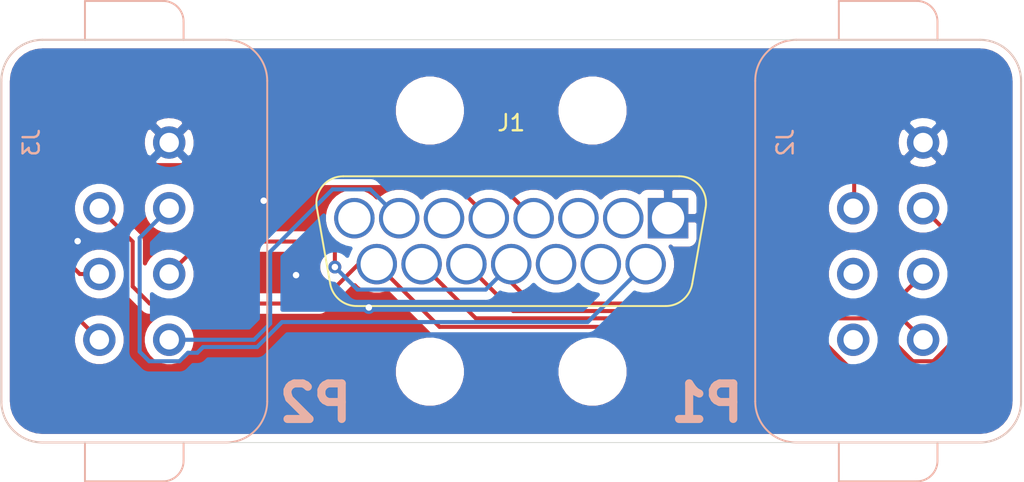
<source format=kicad_pcb>
(kicad_pcb (version 20171130) (host pcbnew "(5.1.0)-1")

  (general
    (thickness 1.6)
    (drawings 11)
    (tracks 77)
    (zones 0)
    (modules 7)
    (nets 18)
  )

  (page A4)
  (layers
    (0 F.Cu signal)
    (31 B.Cu signal)
    (32 B.Adhes user)
    (33 F.Adhes user)
    (34 B.Paste user)
    (35 F.Paste user)
    (36 B.SilkS user)
    (37 F.SilkS user)
    (38 B.Mask user)
    (39 F.Mask user)
    (40 Dwgs.User user)
    (41 Cmts.User user)
    (42 Eco1.User user)
    (43 Eco2.User user)
    (44 Edge.Cuts user)
    (45 Margin user)
    (46 B.CrtYd user)
    (47 F.CrtYd user)
    (48 B.Fab user)
    (49 F.Fab user)
  )

  (setup
    (last_trace_width 0.25)
    (trace_clearance 0.2)
    (zone_clearance 0.508)
    (zone_45_only no)
    (trace_min 0.2)
    (via_size 0.8)
    (via_drill 0.4)
    (via_min_size 0.4)
    (via_min_drill 0.3)
    (uvia_size 0.3)
    (uvia_drill 0.1)
    (uvias_allowed no)
    (uvia_min_size 0.2)
    (uvia_min_drill 0.1)
    (edge_width 0.05)
    (segment_width 0.2)
    (pcb_text_width 0.3)
    (pcb_text_size 1.5 1.5)
    (mod_edge_width 0.12)
    (mod_text_size 1 1)
    (mod_text_width 0.15)
    (pad_size 1.524 1.524)
    (pad_drill 0.762)
    (pad_to_mask_clearance 0.051)
    (solder_mask_min_width 0.25)
    (aux_axis_origin 0 0)
    (visible_elements 7FFFFFFF)
    (pcbplotparams
      (layerselection 0x010fc_ffffffff)
      (usegerberextensions true)
      (usegerberattributes false)
      (usegerberadvancedattributes false)
      (creategerberjobfile false)
      (excludeedgelayer true)
      (linewidth 0.100000)
      (plotframeref false)
      (viasonmask false)
      (mode 1)
      (useauxorigin false)
      (hpglpennumber 1)
      (hpglpenspeed 20)
      (hpglpendiameter 15.000000)
      (psnegative false)
      (psa4output false)
      (plotreference true)
      (plotvalue true)
      (plotinvisibletext false)
      (padsonsilk false)
      (subtractmaskfromsilk false)
      (outputformat 1)
      (mirror false)
      (drillshape 0)
      (scaleselection 1)
      (outputdirectory "Gerbers/"))
  )

  (net 0 "")
  (net 1 GND)
  (net 2 "Net-(J1-Pad2)")
  (net 3 "Net-(J1-Pad3)")
  (net 4 D4)
  (net 5 D3)
  (net 6 "Net-(J1-Pad6)")
  (net 7 "DATA(2)")
  (net 8 "Net-(J1-Pad8)")
  (net 9 "CLOCK(2)")
  (net 10 "Net-(J1-Pad10)")
  (net 11 "Net-(J1-Pad11)")
  (net 12 LATCH)
  (net 13 "DATA(1)")
  (net 14 "CLOCK(1)")
  (net 15 +5V)
  (net 16 "Net-(J2-Pad5)")
  (net 17 "Net-(J2-Pad6)")

  (net_class Default "This is the default net class."
    (clearance 0.2)
    (trace_width 0.25)
    (via_dia 0.8)
    (via_drill 0.4)
    (uvia_dia 0.3)
    (uvia_drill 0.1)
    (add_net +5V)
    (add_net "CLOCK(1)")
    (add_net "CLOCK(2)")
    (add_net D3)
    (add_net D4)
    (add_net "DATA(1)")
    (add_net "DATA(2)")
    (add_net GND)
    (add_net LATCH)
    (add_net "Net-(J1-Pad10)")
    (add_net "Net-(J1-Pad11)")
    (add_net "Net-(J1-Pad2)")
    (add_net "Net-(J1-Pad3)")
    (add_net "Net-(J1-Pad6)")
    (add_net "Net-(J1-Pad8)")
    (add_net "Net-(J2-Pad5)")
    (add_net "Net-(J2-Pad6)")
  )

  (module MountingHole:MountingHole_3.2mm_M3 (layer F.Cu) (tedit 5D38A6DD) (tstamp 5D38A814)
    (at 149.9723 54.4275)
    (descr "Mounting Hole 3.2mm, no annular, M3")
    (tags "mounting hole 3.2mm no annular m3")
    (attr virtual)
    (fp_text reference " " (at 0 -4.2) (layer F.SilkS)
      (effects (font (size 1 1) (thickness 0.15)))
    )
    (fp_text value " " (at 0 4.2) (layer F.Fab)
      (effects (font (size 1 1) (thickness 0.15)))
    )
    (fp_text user %R (at 0.3 0) (layer F.Fab)
      (effects (font (size 1 1) (thickness 0.15)))
    )
    (fp_circle (center 0 0) (end 1.7 0) (layer Cmts.User) (width 0.15))
    (fp_circle (center 0 0) (end 1.8 0) (layer F.CrtYd) (width 0.05))
    (pad 1 np_thru_hole circle (at 0 0) (size 3.2 3.2) (drill 3.2) (layers *.Cu *.Mask))
  )

  (module MountingHole:MountingHole_3.2mm_M3 (layer F.Cu) (tedit 5D38A6DD) (tstamp 5D38A7F7)
    (at 149.9723 70.57)
    (descr "Mounting Hole 3.2mm, no annular, M3")
    (tags "mounting hole 3.2mm no annular m3")
    (attr virtual)
    (fp_text reference " " (at 0 -4.2) (layer F.SilkS)
      (effects (font (size 1 1) (thickness 0.15)))
    )
    (fp_text value " " (at 0 4.2) (layer F.Fab)
      (effects (font (size 1 1) (thickness 0.15)))
    )
    (fp_circle (center 0 0) (end 1.8 0) (layer F.CrtYd) (width 0.05))
    (fp_circle (center 0 0) (end 1.7 0) (layer Cmts.User) (width 0.15))
    (fp_text user %R (at 0.3 0) (layer F.Fab)
      (effects (font (size 1 1) (thickness 0.15)))
    )
    (pad 1 np_thru_hole circle (at 0 0) (size 3.2 3.2) (drill 3.2) (layers *.Cu *.Mask))
  )

  (module MountingHole:MountingHole_3.2mm_M3 (layer F.Cu) (tedit 5D38A6DD) (tstamp 5D38A7DA)
    (at 160.0277 70.57)
    (descr "Mounting Hole 3.2mm, no annular, M3")
    (tags "mounting hole 3.2mm no annular m3")
    (attr virtual)
    (fp_text reference " " (at 0 -4.2) (layer F.SilkS)
      (effects (font (size 1 1) (thickness 0.15)))
    )
    (fp_text value " " (at 0 4.2) (layer F.Fab)
      (effects (font (size 1 1) (thickness 0.15)))
    )
    (fp_text user %R (at 0.3 0) (layer F.Fab)
      (effects (font (size 1 1) (thickness 0.15)))
    )
    (fp_circle (center 0 0) (end 1.7 0) (layer Cmts.User) (width 0.15))
    (fp_circle (center 0 0) (end 1.8 0) (layer F.CrtYd) (width 0.05))
    (pad 1 np_thru_hole circle (at 0 0) (size 3.2 3.2) (drill 3.2) (layers *.Cu *.Mask))
  )

  (module MountingHole:MountingHole_3.2mm_M3 (layer F.Cu) (tedit 5D38A6DD) (tstamp 5D38A72E)
    (at 160.0277 54.4275)
    (descr "Mounting Hole 3.2mm, no annular, M3")
    (tags "mounting hole 3.2mm no annular m3")
    (attr virtual)
    (fp_text reference " " (at 0 -4.2) (layer F.SilkS)
      (effects (font (size 1 1) (thickness 0.15)))
    )
    (fp_text value " " (at 0 4.2) (layer F.Fab)
      (effects (font (size 1 1) (thickness 0.15)))
    )
    (fp_circle (center 0 0) (end 1.8 0) (layer F.CrtYd) (width 0.05))
    (fp_circle (center 0 0) (end 1.7 0) (layer Cmts.User) (width 0.15))
    (fp_text user %R (at 0.3 0) (layer F.Fab)
      (effects (font (size 1 1) (thickness 0.15)))
    )
    (pad 1 np_thru_hole circle (at 0 0) (size 3.2 3.2) (drill 3.2) (layers *.Cu *.Mask))
  )

  (module Connector_Dsub:DSUB-15_Female_Vertical_P2.77x2.84mm (layer F.Cu) (tedit 5D36683A) (tstamp 5D2D790E)
    (at 155 62.5)
    (descr "15-pin D-Sub connector, straight/vertical, THT-mount, female, pitch 2.77x2.84mm, distance of mounting holes 33.3mm, see https://disti-assets.s3.amazonaws.com/tonar/files/datasheets/16730.pdf")
    (tags "15-pin D-Sub connector straight vertical THT female pitch 2.77x2.84mm mounting holes distance 33.3mm")
    (path /5D2CBEE7)
    (fp_text reference J1 (at 0 -7.31) (layer F.SilkS)
      (effects (font (size 1 1) (thickness 0.15)))
    )
    (fp_text value DB15_Female (at 0 7.31) (layer F.Fab)
      (effects (font (size 1 1) (thickness 0.15)))
    )
    (fp_arc (start -10.393194 -2.35) (end -10.393194 -3.95) (angle -100) (layer F.Fab) (width 0.1))
    (fp_arc (start 10.393194 -2.35) (end 10.393194 -3.95) (angle 100) (layer F.Fab) (width 0.1))
    (fp_arc (start -9.564457 2.35) (end -9.564457 3.95) (angle 80) (layer F.Fab) (width 0.1))
    (fp_arc (start 9.564457 2.35) (end 9.564457 3.95) (angle -80) (layer F.Fab) (width 0.1))
    (fp_arc (start -10.381689 -2.35) (end -10.381689 -4.01) (angle -100) (layer F.SilkS) (width 0.12))
    (fp_arc (start 10.381689 -2.35) (end 10.381689 -4.01) (angle 100) (layer F.SilkS) (width 0.12))
    (fp_arc (start -9.552952 2.35) (end -9.552952 4.01) (angle 80) (layer F.SilkS) (width 0.12))
    (fp_arc (start 9.552952 2.35) (end 9.552952 4.01) (angle -80) (layer F.SilkS) (width 0.12))
    (fp_line (start -10.393194 -3.95) (end 10.393194 -3.95) (layer F.Fab) (width 0.1))
    (fp_line (start -9.564457 3.95) (end 9.564457 3.95) (layer F.Fab) (width 0.1))
    (fp_line (start 11.968887 -2.072163) (end 11.14015 2.627837) (layer F.Fab) (width 0.1))
    (fp_line (start -11.968887 -2.072163) (end -11.14015 2.627837) (layer F.Fab) (width 0.1))
    (fp_line (start -10.381689 -4.01) (end 10.381689 -4.01) (layer F.SilkS) (width 0.12))
    (fp_line (start -9.552952 4.01) (end 9.552952 4.01) (layer F.SilkS) (width 0.12))
    (fp_line (start 12.01647 -2.061744) (end 11.187733 2.638256) (layer F.SilkS) (width 0.12))
    (fp_line (start -12.01647 -2.061744) (end -11.187733 2.638256) (layer F.SilkS) (width 0.12))
    (fp_text user %R (at 0 0) (layer F.Fab)
      (effects (font (size 1 1) (thickness 0.15)))
    )
    (pad 1 thru_hole rect (at 9.695 -1.42) (size 2.5 2.5) (drill 2) (layers *.Cu *.Mask)
      (net 1 GND))
    (pad 2 thru_hole circle (at 6.925 -1.42) (size 2.5 2.5) (drill 2) (layers *.Cu *.Mask)
      (net 2 "Net-(J1-Pad2)"))
    (pad 3 thru_hole circle (at 4.155 -1.42) (size 2.5 2.5) (drill 2) (layers *.Cu *.Mask)
      (net 3 "Net-(J1-Pad3)"))
    (pad 4 thru_hole circle (at 1.385 -1.42) (size 2.5 2.5) (drill 2) (layers *.Cu *.Mask)
      (net 4 D4))
    (pad 5 thru_hole circle (at -1.385 -1.42) (size 2.5 2.5) (drill 2) (layers *.Cu *.Mask)
      (net 5 D3))
    (pad 6 thru_hole circle (at -4.155 -1.42) (size 2.5 2.5) (drill 2) (layers *.Cu *.Mask)
      (net 6 "Net-(J1-Pad6)"))
    (pad 7 thru_hole circle (at -6.925 -1.42) (size 2.5 2.5) (drill 2) (layers *.Cu *.Mask)
      (net 7 "DATA(2)"))
    (pad 8 thru_hole circle (at -9.695 -1.42) (size 2.5 2.5) (drill 2) (layers *.Cu *.Mask)
      (net 8 "Net-(J1-Pad8)"))
    (pad 9 thru_hole circle (at 8.31 1.42) (size 2.5 2.5) (drill 2) (layers *.Cu *.Mask)
      (net 9 "CLOCK(2)"))
    (pad 10 thru_hole circle (at 5.54 1.42) (size 2.5 2.5) (drill 2) (layers *.Cu *.Mask)
      (net 10 "Net-(J1-Pad10)"))
    (pad 11 thru_hole circle (at 2.77 1.42) (size 2.5 2.5) (drill 2) (layers *.Cu *.Mask)
      (net 11 "Net-(J1-Pad11)"))
    (pad 12 thru_hole circle (at 0 1.42) (size 2.5 2.5) (drill 2) (layers *.Cu *.Mask)
      (net 12 LATCH))
    (pad 13 thru_hole circle (at -2.77 1.42) (size 2.5 2.5) (drill 2) (layers *.Cu *.Mask)
      (net 13 "DATA(1)"))
    (pad 14 thru_hole circle (at -5.54 1.42) (size 2.5 2.5) (drill 2) (layers *.Cu *.Mask)
      (net 14 "CLOCK(1)"))
    (pad 15 thru_hole circle (at -8.31 1.42) (size 2.5 2.5) (drill 2) (layers *.Cu *.Mask)
      (net 15 +5V))
    (model ${KISYS3DMOD}/Connector_Dsub.3dshapes/DSUB-15_Female_Vertical_P2.77x2.84mm.wrl
      (at (xyz 0 0 0))
      (scale (xyz 1 1 1))
      (rotate (xyz 0 0 0))
    )
  )

  (module Tinkerplunk:NES_CONTROLLER_VERT (layer B.Cu) (tedit 5D306D17) (tstamp 5D2D7929)
    (at 178.3 62.5 90)
    (path /5D2CD030)
    (fp_text reference J2 (at 6.096 -6.361 90) (layer B.SilkS)
      (effects (font (size 1 1) (thickness 0.15)) (justify mirror))
    )
    (fp_text value Conn_01x07_Female (at 0 5.7 90) (layer B.Fab)
      (effects (font (size 1 1) (thickness 0.15)) (justify mirror))
    )
    (fp_arc (start 13.5763 1.778) (end 13.5763 3.048) (angle -90) (layer B.SilkS) (width 0.12))
    (fp_arc (start -13.5763 1.778) (end -14.8463 1.778) (angle -90) (layer B.SilkS) (width 0.12))
    (fp_line (start 14.8463 -3.048) (end 12.446 -3.048) (layer B.SilkS) (width 0.12))
    (fp_line (start 13.5763 3.048) (end 12.446 3.048) (layer B.SilkS) (width 0.12))
    (fp_line (start -14.8463 -3.048) (end -12.446 -3.048) (layer B.SilkS) (width 0.12))
    (fp_line (start -13.5763 3.048) (end -12.446 3.048) (layer B.SilkS) (width 0.12))
    (fp_line (start 14.8463 -3.048) (end 14.8463 1.778) (layer B.SilkS) (width 0.12))
    (fp_line (start -14.8463 -3.048) (end -14.8463 1.778) (layer B.SilkS) (width 0.12))
    (fp_arc (start -9.906 5.6769) (end -12.446 5.6769) (angle -90) (layer B.SilkS) (width 0.12))
    (fp_arc (start -9.906 -5.6769) (end -9.906 -8.2169) (angle -90) (layer B.SilkS) (width 0.12))
    (fp_arc (start 9.906 -5.6769) (end 12.446 -5.6769) (angle -90) (layer B.SilkS) (width 0.12))
    (fp_arc (start 9.906 5.6769) (end 9.906 8.2169) (angle -90) (layer B.SilkS) (width 0.12))
    (fp_line (start 12.446 -5.6769) (end 12.446 5.6769) (layer B.SilkS) (width 0.12))
    (fp_line (start -9.906 -8.2169) (end 9.906 -8.2169) (layer B.SilkS) (width 0.12))
    (fp_line (start -12.446 5.6769) (end -12.446 -5.6769) (layer B.SilkS) (width 0.12))
    (fp_line (start 9.906 8.2169) (end -9.906 8.2169) (layer B.SilkS) (width 0.12))
    (pad 7 thru_hole circle (at 2.032 -2.159 90) (size 2 2) (drill 1.2) (layers *.Cu *.Mask)
      (net 15 +5V))
    (pad 6 thru_hole circle (at -2.032 -2.159 90) (size 2 2) (drill 1.2) (layers *.Cu *.Mask)
      (net 17 "Net-(J2-Pad6)"))
    (pad 5 thru_hole circle (at -6.096 -2.159 90) (size 2 2) (drill 1.2) (layers *.Cu *.Mask)
      (net 16 "Net-(J2-Pad5)"))
    (pad 4 thru_hole circle (at -6.096 2.159 90) (size 2 2) (drill 1.2) (layers *.Cu *.Mask)
      (net 13 "DATA(1)"))
    (pad 3 thru_hole circle (at -2.032 2.159 90) (size 2 2) (drill 1.2) (layers *.Cu *.Mask)
      (net 12 LATCH))
    (pad 2 thru_hole circle (at 2.032 2.159 90) (size 2 2) (drill 1.2) (layers *.Cu *.Mask)
      (net 14 "CLOCK(1)"))
    (pad 1 thru_hole circle (at 6.096 2.159 90) (size 2 2) (drill 1.2) (layers *.Cu *.Mask)
      (net 1 GND))
  )

  (module Tinkerplunk:NES_CONTROLLER_VERT (layer B.Cu) (tedit 5D306D17) (tstamp 5D2D7944)
    (at 131.7 62.5 90)
    (path /5D2CD936)
    (fp_text reference J3 (at 6.096 -6.361 90) (layer B.SilkS)
      (effects (font (size 1 1) (thickness 0.15)) (justify mirror))
    )
    (fp_text value Conn_01x07_Female (at 0 5.7 90) (layer B.Fab)
      (effects (font (size 1 1) (thickness 0.15)) (justify mirror))
    )
    (fp_arc (start 13.5763 1.778) (end 13.5763 3.048) (angle -90) (layer B.SilkS) (width 0.12))
    (fp_arc (start -13.5763 1.778) (end -14.8463 1.778) (angle -90) (layer B.SilkS) (width 0.12))
    (fp_line (start 14.8463 -3.048) (end 12.446 -3.048) (layer B.SilkS) (width 0.12))
    (fp_line (start 13.5763 3.048) (end 12.446 3.048) (layer B.SilkS) (width 0.12))
    (fp_line (start -14.8463 -3.048) (end -12.446 -3.048) (layer B.SilkS) (width 0.12))
    (fp_line (start -13.5763 3.048) (end -12.446 3.048) (layer B.SilkS) (width 0.12))
    (fp_line (start 14.8463 -3.048) (end 14.8463 1.778) (layer B.SilkS) (width 0.12))
    (fp_line (start -14.8463 -3.048) (end -14.8463 1.778) (layer B.SilkS) (width 0.12))
    (fp_arc (start -9.906 5.6769) (end -12.446 5.6769) (angle -90) (layer B.SilkS) (width 0.12))
    (fp_arc (start -9.906 -5.6769) (end -9.906 -8.2169) (angle -90) (layer B.SilkS) (width 0.12))
    (fp_arc (start 9.906 -5.6769) (end 12.446 -5.6769) (angle -90) (layer B.SilkS) (width 0.12))
    (fp_arc (start 9.906 5.6769) (end 9.906 8.2169) (angle -90) (layer B.SilkS) (width 0.12))
    (fp_line (start 12.446 -5.6769) (end 12.446 5.6769) (layer B.SilkS) (width 0.12))
    (fp_line (start -9.906 -8.2169) (end 9.906 -8.2169) (layer B.SilkS) (width 0.12))
    (fp_line (start -12.446 5.6769) (end -12.446 -5.6769) (layer B.SilkS) (width 0.12))
    (fp_line (start 9.906 8.2169) (end -9.906 8.2169) (layer B.SilkS) (width 0.12))
    (pad 7 thru_hole circle (at 2.032 -2.159 90) (size 2 2) (drill 1.2) (layers *.Cu *.Mask)
      (net 15 +5V))
    (pad 6 thru_hole circle (at -2.032 -2.159 90) (size 2 2) (drill 1.2) (layers *.Cu *.Mask)
      (net 5 D3))
    (pad 5 thru_hole circle (at -6.096 -2.159 90) (size 2 2) (drill 1.2) (layers *.Cu *.Mask)
      (net 4 D4))
    (pad 4 thru_hole circle (at -6.096 2.159 90) (size 2 2) (drill 1.2) (layers *.Cu *.Mask)
      (net 7 "DATA(2)"))
    (pad 3 thru_hole circle (at -2.032 2.159 90) (size 2 2) (drill 1.2) (layers *.Cu *.Mask)
      (net 12 LATCH))
    (pad 2 thru_hole circle (at 2.032 2.159 90) (size 2 2) (drill 1.2) (layers *.Cu *.Mask)
      (net 9 "CLOCK(2)"))
    (pad 1 thru_hole circle (at 6.096 2.159 90) (size 2 2) (drill 1.2) (layers *.Cu *.Mask)
      (net 1 GND))
  )

  (gr_text P2 (at 142.9 72.5) (layer B.SilkS) (tstamp 5D2D86AF)
    (effects (font (size 2.2 2.2) (thickness 0.5)) (justify mirror))
  )
  (gr_text P1 (at 167.1 72.5) (layer B.SilkS)
    (effects (font (size 2.2 2.2) (thickness 0.5)) (justify mirror))
  )
  (gr_line (start 186.525 52.59) (end 186.525 72.41) (layer Edge.Cuts) (width 0.05) (tstamp 5D2D841A))
  (gr_line (start 126.015 50.05) (end 183.985 50.05) (layer Edge.Cuts) (width 0.05) (tstamp 5D2D8419))
  (gr_line (start 123.475 71.95) (end 123.475 52.59) (layer Edge.Cuts) (width 0.05) (tstamp 5D2D8418))
  (gr_arc (start 126.015 52.59) (end 123.475 52.59) (angle 90) (layer Edge.Cuts) (width 0.05) (tstamp 5D2D8415))
  (gr_arc (start 183.985 52.59) (end 183.985 50.05) (angle 90) (layer Edge.Cuts) (width 0.05) (tstamp 5D2D8411))
  (gr_arc (start 183.985 72.41) (end 186.525 72.41) (angle 90) (layer Edge.Cuts) (width 0.05) (tstamp 5D2D840B))
  (gr_arc (start 126.015 72.41) (end 126.015 74.95) (angle 90) (layer Edge.Cuts) (width 0.05))
  (gr_line (start 123.475 72.41) (end 123.475 71.95) (layer Edge.Cuts) (width 0.05))
  (gr_line (start 183.985 74.95) (end 126.015 74.95) (layer Edge.Cuts) (width 0.05))

  (via (at 146.2 66.6) (size 0.8) (drill 0.4) (layers F.Cu B.Cu) (net 1))
  (via (at 141.7 64.6) (size 0.8) (drill 0.4) (layers F.Cu B.Cu) (net 1))
  (via (at 139.7 60) (size 0.8) (drill 0.4) (layers F.Cu B.Cu) (net 1))
  (via (at 128.2 62.5) (size 0.8) (drill 0.4) (layers F.Cu B.Cu) (net 1))
  (segment (start 128.945 68) (end 129.541 68.596) (width 0.25) (layer F.Cu) (net 4))
  (segment (start 126.2 65.255) (end 128.945 68) (width 0.25) (layer F.Cu) (net 4))
  (segment (start 126.2 58.271588) (end 126.2 65.255) (width 0.25) (layer F.Cu) (net 4))
  (segment (start 126.671588 57.8) (end 126.2 58.271588) (width 0.25) (layer F.Cu) (net 4))
  (segment (start 156.385 61.08) (end 153.105 57.8) (width 0.25) (layer F.Cu) (net 4))
  (segment (start 153.105 57.8) (end 126.671588 57.8) (width 0.25) (layer F.Cu) (net 4))
  (segment (start 128.332 64.532) (end 129.541 64.532) (width 0.25) (layer F.Cu) (net 5))
  (segment (start 126.7 62.9) (end 128.332 64.532) (width 0.25) (layer F.Cu) (net 5))
  (segment (start 126.7 58.407998) (end 126.7 62.9) (width 0.25) (layer F.Cu) (net 5))
  (segment (start 126.707998 58.4) (end 126.7 58.407998) (width 0.25) (layer F.Cu) (net 5))
  (segment (start 153.615 61.08) (end 150.935 58.4) (width 0.25) (layer F.Cu) (net 5))
  (segment (start 150.935 58.4) (end 126.707998 58.4) (width 0.25) (layer F.Cu) (net 5))
  (segment (start 139.104 68.596) (end 133.859 68.596) (width 0.25) (layer B.Cu) (net 7))
  (segment (start 140.1 67.6) (end 139.104 68.596) (width 0.25) (layer B.Cu) (net 7))
  (segment (start 140.1 63.155) (end 140.1 67.6) (width 0.25) (layer B.Cu) (net 7))
  (segment (start 143.955 59.3) (end 140.1 63.155) (width 0.25) (layer B.Cu) (net 7))
  (segment (start 148.075 61.08) (end 146.295 59.3) (width 0.25) (layer B.Cu) (net 7))
  (segment (start 146.295 59.3) (end 143.955 59.3) (width 0.25) (layer B.Cu) (net 7))
  (segment (start 132.033999 62.293001) (end 132.359001 61.967999) (width 0.25) (layer B.Cu) (net 9))
  (segment (start 132.033999 69.333999) (end 132.033999 62.293001) (width 0.25) (layer B.Cu) (net 9))
  (segment (start 132.621001 69.921001) (end 132.033999 69.333999) (width 0.25) (layer B.Cu) (net 9))
  (segment (start 134.495001 69.921001) (end 132.621001 69.921001) (width 0.25) (layer B.Cu) (net 9))
  (segment (start 132.359001 61.967999) (end 133.859 60.468) (width 0.25) (layer B.Cu) (net 9))
  (segment (start 159.73 67.5) (end 140.83641 67.5) (width 0.25) (layer B.Cu) (net 9))
  (segment (start 163.31 63.92) (end 159.73 67.5) (width 0.25) (layer B.Cu) (net 9))
  (segment (start 135.016002 69.4) (end 134.495001 69.921001) (width 0.25) (layer B.Cu) (net 9))
  (segment (start 140.83641 67.5) (end 139.2904 69.04601) (width 0.25) (layer B.Cu) (net 9))
  (segment (start 139.2904 69.04601) (end 135.95399 69.04601) (width 0.25) (layer B.Cu) (net 9))
  (segment (start 135.95399 69.04601) (end 135.6 69.4) (width 0.25) (layer B.Cu) (net 9))
  (segment (start 135.6 69.4) (end 135.016002 69.4) (width 0.25) (layer B.Cu) (net 9))
  (segment (start 178.633999 66.357001) (end 180.459 64.532) (width 0.25) (layer F.Cu) (net 12))
  (segment (start 156.305631 66.357001) (end 178.633999 66.357001) (width 0.25) (layer F.Cu) (net 12))
  (segment (start 155 63.92) (end 155 65.05137) (width 0.25) (layer F.Cu) (net 12))
  (segment (start 155 65.05137) (end 156.305631 66.357001) (width 0.25) (layer F.Cu) (net 12))
  (segment (start 135.866 62.525) (end 133.859 64.532) (width 0.25) (layer F.Cu) (net 12))
  (segment (start 144.1 63.1) (end 143.525 62.525) (width 0.25) (layer F.Cu) (net 12))
  (segment (start 143.525 62.525) (end 135.866 62.525) (width 0.25) (layer F.Cu) (net 12))
  (via (at 144.1 64.1) (size 0.8) (drill 0.4) (layers F.Cu B.Cu) (net 12))
  (segment (start 144.1 63.1) (end 144.1 64.1) (width 0.25) (layer F.Cu) (net 12))
  (segment (start 153.750001 65.169999) (end 155 63.92) (width 0.25) (layer B.Cu) (net 12))
  (segment (start 153.424999 65.495001) (end 153.750001 65.169999) (width 0.25) (layer B.Cu) (net 12))
  (segment (start 145.495001 65.495001) (end 153.424999 65.495001) (width 0.25) (layer B.Cu) (net 12))
  (segment (start 144.1 64.1) (end 145.495001 65.495001) (width 0.25) (layer B.Cu) (net 12))
  (segment (start 152.23 63.92) (end 155.130988 66.820988) (width 0.25) (layer F.Cu) (net 13))
  (segment (start 179.459001 67.596001) (end 180.459 68.596) (width 0.25) (layer F.Cu) (net 13))
  (segment (start 155.130988 66.820988) (end 178.683988 66.820988) (width 0.25) (layer F.Cu) (net 13))
  (segment (start 178.683988 66.820988) (end 179.459001 67.596001) (width 0.25) (layer F.Cu) (net 13))
  (segment (start 152.810999 67.270999) (end 177.172997 67.270999) (width 0.25) (layer F.Cu) (net 14))
  (segment (start 177.172997 67.270999) (end 179.822999 69.921001) (width 0.25) (layer F.Cu) (net 14))
  (segment (start 181.095001 69.921001) (end 182.349989 68.666013) (width 0.25) (layer F.Cu) (net 14))
  (segment (start 182.349989 68.666013) (end 182.349989 62.358989) (width 0.25) (layer F.Cu) (net 14))
  (segment (start 181.458999 61.467999) (end 180.459 60.468) (width 0.25) (layer F.Cu) (net 14))
  (segment (start 182.349989 62.358989) (end 181.458999 61.467999) (width 0.25) (layer F.Cu) (net 14))
  (segment (start 149.46 63.92) (end 152.810999 67.270999) (width 0.25) (layer F.Cu) (net 14))
  (segment (start 179.822999 69.921001) (end 181.095001 69.921001) (width 0.25) (layer F.Cu) (net 14))
  (segment (start 132.657001 66.357001) (end 131.6 65.3) (width 0.25) (layer F.Cu) (net 15))
  (segment (start 140.121629 66.357001) (end 132.657001 66.357001) (width 0.25) (layer F.Cu) (net 15))
  (segment (start 131.6 62.527) (end 129.541 60.468) (width 0.25) (layer F.Cu) (net 15))
  (segment (start 131.6 65.3) (end 131.6 62.527) (width 0.25) (layer F.Cu) (net 15))
  (segment (start 143.121629 66.357001) (end 140.121629 66.357001) (width 0.25) (layer F.Cu) (net 15))
  (segment (start 146.69 63.92) (end 145.55863 63.92) (width 0.25) (layer F.Cu) (net 15))
  (segment (start 145.55863 63.92) (end 143.121629 66.357001) (width 0.25) (layer F.Cu) (net 15))
  (segment (start 176.2 60.409) (end 176.141 60.468) (width 0.25) (layer F.Cu) (net 15))
  (segment (start 176.2 56.9) (end 176.2 60.409) (width 0.25) (layer F.Cu) (net 15))
  (segment (start 181.478999 54.578999) (end 178.521001 54.578999) (width 0.25) (layer F.Cu) (net 15))
  (segment (start 150.57 67.8) (end 173.383998 67.8) (width 0.25) (layer F.Cu) (net 15))
  (segment (start 182.8 55.9) (end 181.478999 54.578999) (width 0.25) (layer F.Cu) (net 15))
  (segment (start 146.69 63.92) (end 150.57 67.8) (width 0.25) (layer F.Cu) (net 15))
  (segment (start 173.383998 67.8) (end 175.95501 70.371012) (width 0.25) (layer F.Cu) (net 15))
  (segment (start 175.95501 70.371012) (end 182.028988 70.371012) (width 0.25) (layer F.Cu) (net 15))
  (segment (start 182.028988 70.371012) (end 182.8 69.6) (width 0.25) (layer F.Cu) (net 15))
  (segment (start 178.521001 54.578999) (end 176.2 56.9) (width 0.25) (layer F.Cu) (net 15))
  (segment (start 182.8 69.6) (end 182.8 55.9) (width 0.25) (layer F.Cu) (net 15))

  (zone (net 1) (net_name GND) (layer F.Cu) (tstamp 5D3099A3) (hatch edge 0.508)
    (connect_pads (clearance 0.508))
    (min_thickness 0.254)
    (fill yes (arc_segments 32) (thermal_gap 0.508) (thermal_bridge_width 0.508))
    (polygon
      (pts
        (xy 123.4 49.9) (xy 186.6 49.9) (xy 186.6 75.1) (xy 123.4 75.1)
      )
    )
    (filled_polygon
      (pts
        (xy 184.349545 50.748909) (xy 184.700208 50.85478) (xy 185.023625 51.026744) (xy 185.307484 51.258254) (xy 185.540965 51.540486)
        (xy 185.715183 51.862695) (xy 185.823502 52.212614) (xy 185.865 52.607443) (xy 185.865001 72.377711) (xy 185.826091 72.774545)
        (xy 185.72022 73.125206) (xy 185.548257 73.448623) (xy 185.316748 73.732482) (xy 185.034514 73.965965) (xy 184.712304 74.140184)
        (xy 184.362385 74.248502) (xy 183.967557 74.29) (xy 126.047279 74.29) (xy 125.650455 74.251091) (xy 125.299794 74.14522)
        (xy 124.976377 73.973257) (xy 124.692518 73.741748) (xy 124.459035 73.459514) (xy 124.284816 73.137304) (xy 124.176498 72.787385)
        (xy 124.135 72.392557) (xy 124.135 58.271588) (xy 125.436324 58.271588) (xy 125.44 58.308911) (xy 125.440001 65.217668)
        (xy 125.436324 65.255) (xy 125.450998 65.403985) (xy 125.494454 65.547246) (xy 125.565026 65.679276) (xy 125.628744 65.756916)
        (xy 125.66 65.795001) (xy 125.688998 65.818799) (xy 127.974823 68.104625) (xy 127.968832 68.119088) (xy 127.906 68.434967)
        (xy 127.906 68.757033) (xy 127.968832 69.072912) (xy 128.092082 69.370463) (xy 128.271013 69.638252) (xy 128.498748 69.865987)
        (xy 128.766537 70.044918) (xy 129.064088 70.168168) (xy 129.379967 70.231) (xy 129.702033 70.231) (xy 130.017912 70.168168)
        (xy 130.315463 70.044918) (xy 130.583252 69.865987) (xy 130.810987 69.638252) (xy 130.989918 69.370463) (xy 131.113168 69.072912)
        (xy 131.176 68.757033) (xy 131.176 68.434967) (xy 131.113168 68.119088) (xy 130.989918 67.821537) (xy 130.810987 67.553748)
        (xy 130.583252 67.326013) (xy 130.315463 67.147082) (xy 130.017912 67.023832) (xy 129.702033 66.961) (xy 129.379967 66.961)
        (xy 129.064088 67.023832) (xy 129.049625 67.029823) (xy 126.96 64.940199) (xy 126.96 64.234801) (xy 127.768201 65.043003)
        (xy 127.791999 65.072001) (xy 127.820997 65.095799) (xy 127.907724 65.166974) (xy 128.039753 65.237546) (xy 128.066953 65.245797)
        (xy 128.092082 65.306463) (xy 128.271013 65.574252) (xy 128.498748 65.801987) (xy 128.766537 65.980918) (xy 129.064088 66.104168)
        (xy 129.379967 66.167) (xy 129.702033 66.167) (xy 130.017912 66.104168) (xy 130.315463 65.980918) (xy 130.583252 65.801987)
        (xy 130.810987 65.574252) (xy 130.864639 65.493957) (xy 130.880804 65.547246) (xy 130.894454 65.592246) (xy 130.965026 65.724276)
        (xy 130.99927 65.766002) (xy 131.059999 65.840001) (xy 131.089002 65.863804) (xy 132.093202 66.868004) (xy 132.117 66.897002)
        (xy 132.145998 66.9208) (xy 132.232724 66.991975) (xy 132.352506 67.056) (xy 132.364754 67.062547) (xy 132.508015 67.106004)
        (xy 132.619668 67.117001) (xy 132.619677 67.117001) (xy 132.657 67.120677) (xy 132.694323 67.117001) (xy 133.157159 67.117001)
        (xy 133.084537 67.147082) (xy 132.816748 67.326013) (xy 132.589013 67.553748) (xy 132.410082 67.821537) (xy 132.286832 68.119088)
        (xy 132.224 68.434967) (xy 132.224 68.757033) (xy 132.286832 69.072912) (xy 132.410082 69.370463) (xy 132.589013 69.638252)
        (xy 132.816748 69.865987) (xy 133.084537 70.044918) (xy 133.382088 70.168168) (xy 133.697967 70.231) (xy 134.020033 70.231)
        (xy 134.335912 70.168168) (xy 134.633463 70.044918) (xy 134.901252 69.865987) (xy 135.128987 69.638252) (xy 135.307918 69.370463)
        (xy 135.431168 69.072912) (xy 135.494 68.757033) (xy 135.494 68.434967) (xy 135.431168 68.119088) (xy 135.307918 67.821537)
        (xy 135.128987 67.553748) (xy 134.901252 67.326013) (xy 134.633463 67.147082) (xy 134.560841 67.117001) (xy 143.084307 67.117001)
        (xy 143.121629 67.120677) (xy 143.158951 67.117001) (xy 143.158962 67.117001) (xy 143.270615 67.106004) (xy 143.413876 67.062547)
        (xy 143.545905 66.991975) (xy 143.66163 66.897002) (xy 143.685433 66.867998) (xy 145.328819 65.224612) (xy 145.488382 65.384175)
        (xy 145.797118 65.590466) (xy 146.140166 65.732561) (xy 146.504344 65.805) (xy 146.875656 65.805) (xy 147.239834 65.732561)
        (xy 147.372718 65.677519) (xy 150.0062 68.311002) (xy 150.025895 68.335) (xy 149.752172 68.335) (xy 149.320375 68.42089)
        (xy 148.913631 68.589369) (xy 148.547571 68.833962) (xy 148.236262 69.145271) (xy 147.991669 69.511331) (xy 147.82319 69.918075)
        (xy 147.7373 70.349872) (xy 147.7373 70.790128) (xy 147.82319 71.221925) (xy 147.991669 71.628669) (xy 148.236262 71.994729)
        (xy 148.547571 72.306038) (xy 148.913631 72.550631) (xy 149.320375 72.71911) (xy 149.752172 72.805) (xy 150.192428 72.805)
        (xy 150.624225 72.71911) (xy 151.030969 72.550631) (xy 151.397029 72.306038) (xy 151.708338 71.994729) (xy 151.952931 71.628669)
        (xy 152.12141 71.221925) (xy 152.2073 70.790128) (xy 152.2073 70.349872) (xy 152.12141 69.918075) (xy 151.952931 69.511331)
        (xy 151.708338 69.145271) (xy 151.397029 68.833962) (xy 151.030969 68.589369) (xy 150.960066 68.56) (xy 159.039934 68.56)
        (xy 158.969031 68.589369) (xy 158.602971 68.833962) (xy 158.291662 69.145271) (xy 158.047069 69.511331) (xy 157.87859 69.918075)
        (xy 157.7927 70.349872) (xy 157.7927 70.790128) (xy 157.87859 71.221925) (xy 158.047069 71.628669) (xy 158.291662 71.994729)
        (xy 158.602971 72.306038) (xy 158.969031 72.550631) (xy 159.375775 72.71911) (xy 159.807572 72.805) (xy 160.247828 72.805)
        (xy 160.679625 72.71911) (xy 161.086369 72.550631) (xy 161.452429 72.306038) (xy 161.763738 71.994729) (xy 162.008331 71.628669)
        (xy 162.17681 71.221925) (xy 162.2627 70.790128) (xy 162.2627 70.349872) (xy 162.17681 69.918075) (xy 162.008331 69.511331)
        (xy 161.763738 69.145271) (xy 161.452429 68.833962) (xy 161.086369 68.589369) (xy 161.015466 68.56) (xy 173.069197 68.56)
        (xy 175.391211 70.882015) (xy 175.415009 70.911013) (xy 175.444007 70.934811) (xy 175.530733 71.005986) (xy 175.662763 71.076558)
        (xy 175.806024 71.120015) (xy 175.917677 71.131012) (xy 175.917686 71.131012) (xy 175.955009 71.134688) (xy 175.992332 71.131012)
        (xy 181.991666 71.131012) (xy 182.028988 71.134688) (xy 182.06631 71.131012) (xy 182.066321 71.131012) (xy 182.177974 71.120015)
        (xy 182.321235 71.076558) (xy 182.453264 71.005986) (xy 182.568989 70.911013) (xy 182.592791 70.88201) (xy 183.311004 70.163798)
        (xy 183.340001 70.140001) (xy 183.434974 70.024276) (xy 183.505546 69.892247) (xy 183.549003 69.748986) (xy 183.56 69.637333)
        (xy 183.56 69.637332) (xy 183.563677 69.6) (xy 183.56 69.562667) (xy 183.56 55.937333) (xy 183.563677 55.9)
        (xy 183.549003 55.751014) (xy 183.505546 55.607753) (xy 183.434974 55.475724) (xy 183.363799 55.388997) (xy 183.340001 55.359999)
        (xy 183.311003 55.336201) (xy 182.042803 54.068002) (xy 182.019 54.038998) (xy 181.903275 53.944025) (xy 181.771246 53.873453)
        (xy 181.627985 53.829996) (xy 181.516332 53.818999) (xy 181.516321 53.818999) (xy 181.478999 53.815323) (xy 181.441677 53.818999)
        (xy 178.558323 53.818999) (xy 178.521 53.815323) (xy 178.483677 53.818999) (xy 178.483668 53.818999) (xy 178.372015 53.829996)
        (xy 178.228754 53.873453) (xy 178.096724 53.944025) (xy 178.013084 54.012667) (xy 177.981 54.038998) (xy 177.957202 54.067996)
        (xy 175.689003 56.336196) (xy 175.659999 56.359999) (xy 175.604871 56.427174) (xy 175.565026 56.475724) (xy 175.533356 56.534974)
        (xy 175.494454 56.607754) (xy 175.450997 56.751015) (xy 175.44 56.862668) (xy 175.44 56.862678) (xy 175.436324 56.9)
        (xy 175.44 56.937323) (xy 175.440001 58.988652) (xy 175.366537 59.019082) (xy 175.098748 59.198013) (xy 174.871013 59.425748)
        (xy 174.692082 59.693537) (xy 174.568832 59.991088) (xy 174.506 60.306967) (xy 174.506 60.629033) (xy 174.568832 60.944912)
        (xy 174.692082 61.242463) (xy 174.871013 61.510252) (xy 175.098748 61.737987) (xy 175.366537 61.916918) (xy 175.664088 62.040168)
        (xy 175.979967 62.103) (xy 176.302033 62.103) (xy 176.617912 62.040168) (xy 176.915463 61.916918) (xy 177.183252 61.737987)
        (xy 177.410987 61.510252) (xy 177.589918 61.242463) (xy 177.713168 60.944912) (xy 177.776 60.629033) (xy 177.776 60.306967)
        (xy 177.713168 59.991088) (xy 177.589918 59.693537) (xy 177.410987 59.425748) (xy 177.183252 59.198013) (xy 176.96 59.048841)
        (xy 176.96 57.539413) (xy 179.503192 57.539413) (xy 179.598956 57.803814) (xy 179.888571 57.944704) (xy 180.200108 58.026384)
        (xy 180.521595 58.045718) (xy 180.840675 58.001961) (xy 181.145088 57.896795) (xy 181.319044 57.803814) (xy 181.414808 57.539413)
        (xy 180.459 56.583605) (xy 179.503192 57.539413) (xy 176.96 57.539413) (xy 176.96 57.214801) (xy 178.835803 55.338999)
        (xy 179.214391 55.338999) (xy 179.323585 55.448193) (xy 179.059186 55.543956) (xy 178.918296 55.833571) (xy 178.836616 56.145108)
        (xy 178.817282 56.466595) (xy 178.861039 56.785675) (xy 178.966205 57.090088) (xy 179.059186 57.264044) (xy 179.323587 57.359808)
        (xy 180.279395 56.404) (xy 180.265253 56.389858) (xy 180.444858 56.210253) (xy 180.459 56.224395) (xy 180.473143 56.210253)
        (xy 180.652748 56.389858) (xy 180.638605 56.404) (xy 181.594413 57.359808) (xy 181.858814 57.264044) (xy 181.999704 56.974429)
        (xy 182.040001 56.820732) (xy 182.040001 60.035493) (xy 182.031168 59.991088) (xy 181.907918 59.693537) (xy 181.728987 59.425748)
        (xy 181.501252 59.198013) (xy 181.233463 59.019082) (xy 180.935912 58.895832) (xy 180.620033 58.833) (xy 180.297967 58.833)
        (xy 179.982088 58.895832) (xy 179.684537 59.019082) (xy 179.416748 59.198013) (xy 179.189013 59.425748) (xy 179.010082 59.693537)
        (xy 178.886832 59.991088) (xy 178.824 60.306967) (xy 178.824 60.629033) (xy 178.886832 60.944912) (xy 179.010082 61.242463)
        (xy 179.189013 61.510252) (xy 179.416748 61.737987) (xy 179.684537 61.916918) (xy 179.982088 62.040168) (xy 180.297967 62.103)
        (xy 180.620033 62.103) (xy 180.935912 62.040168) (xy 180.950376 62.034177) (xy 181.58999 62.673792) (xy 181.58999 63.350751)
        (xy 181.501252 63.262013) (xy 181.233463 63.083082) (xy 180.935912 62.959832) (xy 180.620033 62.897) (xy 180.297967 62.897)
        (xy 179.982088 62.959832) (xy 179.684537 63.083082) (xy 179.416748 63.262013) (xy 179.189013 63.489748) (xy 179.010082 63.757537)
        (xy 178.886832 64.055088) (xy 178.824 64.370967) (xy 178.824 64.693033) (xy 178.886832 65.008912) (xy 178.892823 65.023376)
        (xy 178.319198 65.597001) (xy 177.388238 65.597001) (xy 177.410987 65.574252) (xy 177.589918 65.306463) (xy 177.713168 65.008912)
        (xy 177.776 64.693033) (xy 177.776 64.370967) (xy 177.713168 64.055088) (xy 177.589918 63.757537) (xy 177.410987 63.489748)
        (xy 177.183252 63.262013) (xy 176.915463 63.083082) (xy 176.617912 62.959832) (xy 176.302033 62.897) (xy 175.979967 62.897)
        (xy 175.664088 62.959832) (xy 175.366537 63.083082) (xy 175.098748 63.262013) (xy 174.871013 63.489748) (xy 174.692082 63.757537)
        (xy 174.568832 64.055088) (xy 174.506 64.370967) (xy 174.506 64.693033) (xy 174.568832 65.008912) (xy 174.692082 65.306463)
        (xy 174.871013 65.574252) (xy 174.893762 65.597001) (xy 164.187105 65.597001) (xy 164.202882 65.590466) (xy 164.511618 65.384175)
        (xy 164.774175 65.121618) (xy 164.980466 64.812882) (xy 165.122561 64.469834) (xy 165.195 64.105656) (xy 165.195 63.734344)
        (xy 165.122561 63.370166) (xy 164.980466 63.027118) (xy 164.854809 62.839059) (xy 164.98075 62.965) (xy 165.945 62.968072)
        (xy 166.069482 62.955812) (xy 166.18918 62.919502) (xy 166.299494 62.860537) (xy 166.396185 62.781185) (xy 166.475537 62.684494)
        (xy 166.534502 62.57418) (xy 166.570812 62.454482) (xy 166.583072 62.33) (xy 166.58 61.36575) (xy 166.42125 61.207)
        (xy 164.822 61.207) (xy 164.822 61.227) (xy 164.568 61.227) (xy 164.568 61.207) (xy 164.548 61.207)
        (xy 164.548 60.953) (xy 164.568 60.953) (xy 164.568 59.35375) (xy 164.822 59.35375) (xy 164.822 60.953)
        (xy 166.42125 60.953) (xy 166.58 60.79425) (xy 166.583072 59.83) (xy 166.570812 59.705518) (xy 166.534502 59.58582)
        (xy 166.475537 59.475506) (xy 166.396185 59.378815) (xy 166.299494 59.299463) (xy 166.18918 59.240498) (xy 166.069482 59.204188)
        (xy 165.945 59.191928) (xy 164.98075 59.195) (xy 164.822 59.35375) (xy 164.568 59.35375) (xy 164.40925 59.195)
        (xy 163.445 59.191928) (xy 163.320518 59.204188) (xy 163.20082 59.240498) (xy 163.090506 59.299463) (xy 162.993815 59.378815)
        (xy 162.915225 59.474577) (xy 162.817882 59.409534) (xy 162.474834 59.267439) (xy 162.110656 59.195) (xy 161.739344 59.195)
        (xy 161.375166 59.267439) (xy 161.032118 59.409534) (xy 160.723382 59.615825) (xy 160.54 59.799207) (xy 160.356618 59.615825)
        (xy 160.047882 59.409534) (xy 159.704834 59.267439) (xy 159.340656 59.195) (xy 158.969344 59.195) (xy 158.605166 59.267439)
        (xy 158.262118 59.409534) (xy 157.953382 59.615825) (xy 157.77 59.799207) (xy 157.586618 59.615825) (xy 157.277882 59.409534)
        (xy 156.934834 59.267439) (xy 156.570656 59.195) (xy 156.199344 59.195) (xy 155.835166 59.267439) (xy 155.702283 59.322481)
        (xy 153.668804 57.289003) (xy 153.645001 57.259999) (xy 153.529276 57.165026) (xy 153.397247 57.094454) (xy 153.253986 57.050997)
        (xy 153.142333 57.04) (xy 153.142322 57.04) (xy 153.105 57.036324) (xy 153.067678 57.04) (xy 135.367805 57.04)
        (xy 135.399704 56.974429) (xy 135.481384 56.662892) (xy 135.500718 56.341405) (xy 135.456961 56.022325) (xy 135.351795 55.717912)
        (xy 135.258814 55.543956) (xy 134.994413 55.448192) (xy 134.038605 56.404) (xy 134.052748 56.418143) (xy 133.873143 56.597748)
        (xy 133.859 56.583605) (xy 133.844858 56.597748) (xy 133.665253 56.418143) (xy 133.679395 56.404) (xy 132.723587 55.448192)
        (xy 132.459186 55.543956) (xy 132.318296 55.833571) (xy 132.236616 56.145108) (xy 132.217282 56.466595) (xy 132.261039 56.785675)
        (xy 132.348901 57.04) (xy 126.70891 57.04) (xy 126.671587 57.036324) (xy 126.634264 57.04) (xy 126.634255 57.04)
        (xy 126.522602 57.050997) (xy 126.393734 57.090088) (xy 126.379341 57.094454) (xy 126.247311 57.165026) (xy 126.214144 57.192246)
        (xy 126.131587 57.259999) (xy 126.107784 57.289003) (xy 125.689003 57.707784) (xy 125.659999 57.731587) (xy 125.632557 57.765026)
        (xy 125.565026 57.847312) (xy 125.558245 57.859999) (xy 125.494454 57.979342) (xy 125.450997 58.122603) (xy 125.44 58.234256)
        (xy 125.44 58.234266) (xy 125.436324 58.271588) (xy 124.135 58.271588) (xy 124.135 55.268587) (xy 132.903192 55.268587)
        (xy 133.859 56.224395) (xy 134.814808 55.268587) (xy 134.719044 55.004186) (xy 134.429429 54.863296) (xy 134.117892 54.781616)
        (xy 133.796405 54.762282) (xy 133.477325 54.806039) (xy 133.172912 54.911205) (xy 132.998956 55.004186) (xy 132.903192 55.268587)
        (xy 124.135 55.268587) (xy 124.135 54.207372) (xy 147.7373 54.207372) (xy 147.7373 54.647628) (xy 147.82319 55.079425)
        (xy 147.991669 55.486169) (xy 148.236262 55.852229) (xy 148.547571 56.163538) (xy 148.913631 56.408131) (xy 149.320375 56.57661)
        (xy 149.752172 56.6625) (xy 150.192428 56.6625) (xy 150.624225 56.57661) (xy 151.030969 56.408131) (xy 151.397029 56.163538)
        (xy 151.708338 55.852229) (xy 151.952931 55.486169) (xy 152.12141 55.079425) (xy 152.2073 54.647628) (xy 152.2073 54.207372)
        (xy 157.7927 54.207372) (xy 157.7927 54.647628) (xy 157.87859 55.079425) (xy 158.047069 55.486169) (xy 158.291662 55.852229)
        (xy 158.602971 56.163538) (xy 158.969031 56.408131) (xy 159.375775 56.57661) (xy 159.807572 56.6625) (xy 160.247828 56.6625)
        (xy 160.679625 56.57661) (xy 161.086369 56.408131) (xy 161.452429 56.163538) (xy 161.763738 55.852229) (xy 162.008331 55.486169)
        (xy 162.17681 55.079425) (xy 162.2627 54.647628) (xy 162.2627 54.207372) (xy 162.17681 53.775575) (xy 162.008331 53.368831)
        (xy 161.763738 53.002771) (xy 161.452429 52.691462) (xy 161.086369 52.446869) (xy 160.679625 52.27839) (xy 160.247828 52.1925)
        (xy 159.807572 52.1925) (xy 159.375775 52.27839) (xy 158.969031 52.446869) (xy 158.602971 52.691462) (xy 158.291662 53.002771)
        (xy 158.047069 53.368831) (xy 157.87859 53.775575) (xy 157.7927 54.207372) (xy 152.2073 54.207372) (xy 152.12141 53.775575)
        (xy 151.952931 53.368831) (xy 151.708338 53.002771) (xy 151.397029 52.691462) (xy 151.030969 52.446869) (xy 150.624225 52.27839)
        (xy 150.192428 52.1925) (xy 149.752172 52.1925) (xy 149.320375 52.27839) (xy 148.913631 52.446869) (xy 148.547571 52.691462)
        (xy 148.236262 53.002771) (xy 147.991669 53.368831) (xy 147.82319 53.775575) (xy 147.7373 54.207372) (xy 124.135 54.207372)
        (xy 124.135 52.622279) (xy 124.173909 52.225455) (xy 124.27978 51.874792) (xy 124.451744 51.551375) (xy 124.683254 51.267516)
        (xy 124.965486 51.034035) (xy 125.287695 50.859817) (xy 125.637614 50.751498) (xy 126.032443 50.71) (xy 183.952721 50.71)
      )
    )
    (filled_polygon
      (pts
        (xy 143.330744 63.405545) (xy 143.296063 63.440226) (xy 143.182795 63.609744) (xy 143.104774 63.798102) (xy 143.065 63.998061)
        (xy 143.065 64.201939) (xy 143.104774 64.401898) (xy 143.182795 64.590256) (xy 143.296063 64.759774) (xy 143.440226 64.903937)
        (xy 143.475993 64.927836) (xy 142.806828 65.597001) (xy 135.106238 65.597001) (xy 135.128987 65.574252) (xy 135.307918 65.306463)
        (xy 135.431168 65.008912) (xy 135.494 64.693033) (xy 135.494 64.370967) (xy 135.431168 64.055088) (xy 135.425177 64.040625)
        (xy 136.180802 63.285) (xy 143.210199 63.285)
      )
    )
    (filled_polygon
      (pts
        (xy 132.816748 59.198013) (xy 132.589013 59.425748) (xy 132.410082 59.693537) (xy 132.286832 59.991088) (xy 132.224 60.306967)
        (xy 132.224 60.629033) (xy 132.286832 60.944912) (xy 132.410082 61.242463) (xy 132.589013 61.510252) (xy 132.816748 61.737987)
        (xy 133.084537 61.916918) (xy 133.382088 62.040168) (xy 133.697967 62.103) (xy 134.020033 62.103) (xy 134.335912 62.040168)
        (xy 134.633463 61.916918) (xy 134.901252 61.737987) (xy 135.128987 61.510252) (xy 135.307918 61.242463) (xy 135.431168 60.944912)
        (xy 135.494 60.629033) (xy 135.494 60.306967) (xy 135.431168 59.991088) (xy 135.307918 59.693537) (xy 135.128987 59.425748)
        (xy 134.901252 59.198013) (xy 134.844362 59.16) (xy 150.620199 59.16) (xy 150.655887 59.195688) (xy 150.295166 59.267439)
        (xy 149.952118 59.409534) (xy 149.643382 59.615825) (xy 149.46 59.799207) (xy 149.276618 59.615825) (xy 148.967882 59.409534)
        (xy 148.624834 59.267439) (xy 148.260656 59.195) (xy 147.889344 59.195) (xy 147.525166 59.267439) (xy 147.182118 59.409534)
        (xy 146.873382 59.615825) (xy 146.69 59.799207) (xy 146.506618 59.615825) (xy 146.197882 59.409534) (xy 145.854834 59.267439)
        (xy 145.490656 59.195) (xy 145.119344 59.195) (xy 144.755166 59.267439) (xy 144.412118 59.409534) (xy 144.103382 59.615825)
        (xy 143.840825 59.878382) (xy 143.634534 60.187118) (xy 143.492439 60.530166) (xy 143.42 60.894344) (xy 143.42 61.265656)
        (xy 143.492439 61.629834) (xy 143.547836 61.763573) (xy 143.525 61.761324) (xy 143.487678 61.765) (xy 135.903333 61.765)
        (xy 135.866 61.761323) (xy 135.828667 61.765) (xy 135.717014 61.775997) (xy 135.573753 61.819454) (xy 135.441724 61.890026)
        (xy 135.325999 61.984999) (xy 135.302201 62.013997) (xy 134.350375 62.965823) (xy 134.335912 62.959832) (xy 134.020033 62.897)
        (xy 133.697967 62.897) (xy 133.382088 62.959832) (xy 133.084537 63.083082) (xy 132.816748 63.262013) (xy 132.589013 63.489748)
        (xy 132.410082 63.757537) (xy 132.36 63.878445) (xy 132.36 62.564325) (xy 132.363676 62.527) (xy 132.36 62.489675)
        (xy 132.36 62.489667) (xy 132.349003 62.378014) (xy 132.305546 62.234753) (xy 132.234974 62.102724) (xy 132.140001 61.986999)
        (xy 132.111003 61.963201) (xy 131.107177 60.959376) (xy 131.113168 60.944912) (xy 131.176 60.629033) (xy 131.176 60.306967)
        (xy 131.113168 59.991088) (xy 130.989918 59.693537) (xy 130.810987 59.425748) (xy 130.583252 59.198013) (xy 130.526362 59.16)
        (xy 132.873638 59.16)
      )
    )
    (filled_polygon
      (pts
        (xy 128.498748 59.198013) (xy 128.271013 59.425748) (xy 128.092082 59.693537) (xy 127.968832 59.991088) (xy 127.906 60.306967)
        (xy 127.906 60.629033) (xy 127.968832 60.944912) (xy 128.092082 61.242463) (xy 128.271013 61.510252) (xy 128.498748 61.737987)
        (xy 128.766537 61.916918) (xy 129.064088 62.040168) (xy 129.379967 62.103) (xy 129.702033 62.103) (xy 130.017912 62.040168)
        (xy 130.032376 62.034177) (xy 130.840001 62.841803) (xy 130.840001 63.53317) (xy 130.810987 63.489748) (xy 130.583252 63.262013)
        (xy 130.315463 63.083082) (xy 130.017912 62.959832) (xy 129.702033 62.897) (xy 129.379967 62.897) (xy 129.064088 62.959832)
        (xy 128.766537 63.083082) (xy 128.498748 63.262013) (xy 128.317781 63.44298) (xy 127.46 62.585199) (xy 127.46 59.16)
        (xy 128.555638 59.16)
      )
    )
  )
  (zone (net 1) (net_name GND) (layer B.Cu) (tstamp 5D3099A0) (hatch edge 0.508)
    (connect_pads (clearance 0.508))
    (min_thickness 0.254)
    (fill yes (arc_segments 32) (thermal_gap 0.508) (thermal_bridge_width 0.508))
    (polygon
      (pts
        (xy 123.4 49.9) (xy 186.7 49.9) (xy 186.7 75.1) (xy 123.4 75.1)
      )
    )
    (filled_polygon
      (pts
        (xy 184.349545 50.748909) (xy 184.700208 50.85478) (xy 185.023625 51.026744) (xy 185.307484 51.258254) (xy 185.540965 51.540486)
        (xy 185.715183 51.862695) (xy 185.823502 52.212614) (xy 185.865 52.607443) (xy 185.865001 72.377711) (xy 185.826091 72.774545)
        (xy 185.72022 73.125206) (xy 185.548257 73.448623) (xy 185.316748 73.732482) (xy 185.034514 73.965965) (xy 184.712304 74.140184)
        (xy 184.362385 74.248502) (xy 183.967557 74.29) (xy 126.047279 74.29) (xy 125.650455 74.251091) (xy 125.299794 74.14522)
        (xy 124.976377 73.973257) (xy 124.692518 73.741748) (xy 124.459035 73.459514) (xy 124.284816 73.137304) (xy 124.176498 72.787385)
        (xy 124.135 72.392557) (xy 124.135 68.434967) (xy 127.906 68.434967) (xy 127.906 68.757033) (xy 127.968832 69.072912)
        (xy 128.092082 69.370463) (xy 128.271013 69.638252) (xy 128.498748 69.865987) (xy 128.766537 70.044918) (xy 129.064088 70.168168)
        (xy 129.379967 70.231) (xy 129.702033 70.231) (xy 130.017912 70.168168) (xy 130.315463 70.044918) (xy 130.583252 69.865987)
        (xy 130.810987 69.638252) (xy 130.989918 69.370463) (xy 131.113168 69.072912) (xy 131.176 68.757033) (xy 131.176 68.434967)
        (xy 131.113168 68.119088) (xy 130.989918 67.821537) (xy 130.810987 67.553748) (xy 130.583252 67.326013) (xy 130.315463 67.147082)
        (xy 130.017912 67.023832) (xy 129.702033 66.961) (xy 129.379967 66.961) (xy 129.064088 67.023832) (xy 128.766537 67.147082)
        (xy 128.498748 67.326013) (xy 128.271013 67.553748) (xy 128.092082 67.821537) (xy 127.968832 68.119088) (xy 127.906 68.434967)
        (xy 124.135 68.434967) (xy 124.135 64.370967) (xy 127.906 64.370967) (xy 127.906 64.693033) (xy 127.968832 65.008912)
        (xy 128.092082 65.306463) (xy 128.271013 65.574252) (xy 128.498748 65.801987) (xy 128.766537 65.980918) (xy 129.064088 66.104168)
        (xy 129.379967 66.167) (xy 129.702033 66.167) (xy 130.017912 66.104168) (xy 130.315463 65.980918) (xy 130.583252 65.801987)
        (xy 130.810987 65.574252) (xy 130.989918 65.306463) (xy 131.113168 65.008912) (xy 131.176 64.693033) (xy 131.176 64.370967)
        (xy 131.113168 64.055088) (xy 130.989918 63.757537) (xy 130.810987 63.489748) (xy 130.583252 63.262013) (xy 130.315463 63.083082)
        (xy 130.017912 62.959832) (xy 129.702033 62.897) (xy 129.379967 62.897) (xy 129.064088 62.959832) (xy 128.766537 63.083082)
        (xy 128.498748 63.262013) (xy 128.271013 63.489748) (xy 128.092082 63.757537) (xy 127.968832 64.055088) (xy 127.906 64.370967)
        (xy 124.135 64.370967) (xy 124.135 62.293001) (xy 131.270323 62.293001) (xy 131.274 62.330333) (xy 131.273999 69.296676)
        (xy 131.270323 69.333999) (xy 131.273999 69.371321) (xy 131.273999 69.371331) (xy 131.284996 69.482984) (xy 131.323467 69.609809)
        (xy 131.328453 69.626245) (xy 131.399025 69.758275) (xy 131.438201 69.80601) (xy 131.493998 69.874) (xy 131.523001 69.897802)
        (xy 132.057201 70.432003) (xy 132.081 70.461002) (xy 132.196725 70.555975) (xy 132.328754 70.626547) (xy 132.472015 70.670004)
        (xy 132.583668 70.681001) (xy 132.583677 70.681001) (xy 132.621 70.684677) (xy 132.658323 70.681001) (xy 134.457679 70.681001)
        (xy 134.495001 70.684677) (xy 134.532323 70.681001) (xy 134.532334 70.681001) (xy 134.643987 70.670004) (xy 134.787248 70.626547)
        (xy 134.919277 70.555975) (xy 135.035002 70.461002) (xy 135.058804 70.431999) (xy 135.140931 70.349872) (xy 147.7373 70.349872)
        (xy 147.7373 70.790128) (xy 147.82319 71.221925) (xy 147.991669 71.628669) (xy 148.236262 71.994729) (xy 148.547571 72.306038)
        (xy 148.913631 72.550631) (xy 149.320375 72.71911) (xy 149.752172 72.805) (xy 150.192428 72.805) (xy 150.624225 72.71911)
        (xy 151.030969 72.550631) (xy 151.397029 72.306038) (xy 151.708338 71.994729) (xy 151.952931 71.628669) (xy 152.12141 71.221925)
        (xy 152.2073 70.790128) (xy 152.2073 70.349872) (xy 157.7927 70.349872) (xy 157.7927 70.790128) (xy 157.87859 71.221925)
        (xy 158.047069 71.628669) (xy 158.291662 71.994729) (xy 158.602971 72.306038) (xy 158.969031 72.550631) (xy 159.375775 72.71911)
        (xy 159.807572 72.805) (xy 160.247828 72.805) (xy 160.679625 72.71911) (xy 161.086369 72.550631) (xy 161.452429 72.306038)
        (xy 161.763738 71.994729) (xy 162.008331 71.628669) (xy 162.17681 71.221925) (xy 162.2627 70.790128) (xy 162.2627 70.349872)
        (xy 162.17681 69.918075) (xy 162.008331 69.511331) (xy 161.763738 69.145271) (xy 161.452429 68.833962) (xy 161.086369 68.589369)
        (xy 160.71361 68.434967) (xy 174.506 68.434967) (xy 174.506 68.757033) (xy 174.568832 69.072912) (xy 174.692082 69.370463)
        (xy 174.871013 69.638252) (xy 175.098748 69.865987) (xy 175.366537 70.044918) (xy 175.664088 70.168168) (xy 175.979967 70.231)
        (xy 176.302033 70.231) (xy 176.617912 70.168168) (xy 176.915463 70.044918) (xy 177.183252 69.865987) (xy 177.410987 69.638252)
        (xy 177.589918 69.370463) (xy 177.713168 69.072912) (xy 177.776 68.757033) (xy 177.776 68.434967) (xy 178.824 68.434967)
        (xy 178.824 68.757033) (xy 178.886832 69.072912) (xy 179.010082 69.370463) (xy 179.189013 69.638252) (xy 179.416748 69.865987)
        (xy 179.684537 70.044918) (xy 179.982088 70.168168) (xy 180.297967 70.231) (xy 180.620033 70.231) (xy 180.935912 70.168168)
        (xy 181.233463 70.044918) (xy 181.501252 69.865987) (xy 181.728987 69.638252) (xy 181.907918 69.370463) (xy 182.031168 69.072912)
        (xy 182.094 68.757033) (xy 182.094 68.434967) (xy 182.031168 68.119088) (xy 181.907918 67.821537) (xy 181.728987 67.553748)
        (xy 181.501252 67.326013) (xy 181.233463 67.147082) (xy 180.935912 67.023832) (xy 180.620033 66.961) (xy 180.297967 66.961)
        (xy 179.982088 67.023832) (xy 179.684537 67.147082) (xy 179.416748 67.326013) (xy 179.189013 67.553748) (xy 179.010082 67.821537)
        (xy 178.886832 68.119088) (xy 178.824 68.434967) (xy 177.776 68.434967) (xy 177.713168 68.119088) (xy 177.589918 67.821537)
        (xy 177.410987 67.553748) (xy 177.183252 67.326013) (xy 176.915463 67.147082) (xy 176.617912 67.023832) (xy 176.302033 66.961)
        (xy 175.979967 66.961) (xy 175.664088 67.023832) (xy 175.366537 67.147082) (xy 175.098748 67.326013) (xy 174.871013 67.553748)
        (xy 174.692082 67.821537) (xy 174.568832 68.119088) (xy 174.506 68.434967) (xy 160.71361 68.434967) (xy 160.679625 68.42089)
        (xy 160.247828 68.335) (xy 159.807572 68.335) (xy 159.375775 68.42089) (xy 158.969031 68.589369) (xy 158.602971 68.833962)
        (xy 158.291662 69.145271) (xy 158.047069 69.511331) (xy 157.87859 69.918075) (xy 157.7927 70.349872) (xy 152.2073 70.349872)
        (xy 152.12141 69.918075) (xy 151.952931 69.511331) (xy 151.708338 69.145271) (xy 151.397029 68.833962) (xy 151.030969 68.589369)
        (xy 150.624225 68.42089) (xy 150.192428 68.335) (xy 149.752172 68.335) (xy 149.320375 68.42089) (xy 148.913631 68.589369)
        (xy 148.547571 68.833962) (xy 148.236262 69.145271) (xy 147.991669 69.511331) (xy 147.82319 69.918075) (xy 147.7373 70.349872)
        (xy 135.140931 70.349872) (xy 135.330804 70.16) (xy 135.562678 70.16) (xy 135.6 70.163676) (xy 135.637322 70.16)
        (xy 135.637333 70.16) (xy 135.748986 70.149003) (xy 135.892247 70.105546) (xy 136.024276 70.034974) (xy 136.140001 69.940001)
        (xy 136.163803 69.910998) (xy 136.268791 69.80601) (xy 139.253078 69.80601) (xy 139.2904 69.809686) (xy 139.327722 69.80601)
        (xy 139.327733 69.80601) (xy 139.439386 69.795013) (xy 139.582647 69.751556) (xy 139.714676 69.680984) (xy 139.830401 69.586011)
        (xy 139.854204 69.557007) (xy 141.151212 68.26) (xy 159.692678 68.26) (xy 159.73 68.263676) (xy 159.767322 68.26)
        (xy 159.767333 68.26) (xy 159.878986 68.249003) (xy 160.022247 68.205546) (xy 160.154276 68.134974) (xy 160.270001 68.040001)
        (xy 160.293804 68.010997) (xy 162.627283 65.677519) (xy 162.760166 65.732561) (xy 163.124344 65.805) (xy 163.495656 65.805)
        (xy 163.859834 65.732561) (xy 164.202882 65.590466) (xy 164.511618 65.384175) (xy 164.774175 65.121618) (xy 164.980466 64.812882)
        (xy 165.122561 64.469834) (xy 165.142226 64.370967) (xy 174.506 64.370967) (xy 174.506 64.693033) (xy 174.568832 65.008912)
        (xy 174.692082 65.306463) (xy 174.871013 65.574252) (xy 175.098748 65.801987) (xy 175.366537 65.980918) (xy 175.664088 66.104168)
        (xy 175.979967 66.167) (xy 176.302033 66.167) (xy 176.617912 66.104168) (xy 176.915463 65.980918) (xy 177.183252 65.801987)
        (xy 177.410987 65.574252) (xy 177.589918 65.306463) (xy 177.713168 65.008912) (xy 177.776 64.693033) (xy 177.776 64.370967)
        (xy 178.824 64.370967) (xy 178.824 64.693033) (xy 178.886832 65.008912) (xy 179.010082 65.306463) (xy 179.189013 65.574252)
        (xy 179.416748 65.801987) (xy 179.684537 65.980918) (xy 179.982088 66.104168) (xy 180.297967 66.167) (xy 180.620033 66.167)
        (xy 180.935912 66.104168) (xy 181.233463 65.980918) (xy 181.501252 65.801987) (xy 181.728987 65.574252) (xy 181.907918 65.306463)
        (xy 182.031168 65.008912) (xy 182.094 64.693033) (xy 182.094 64.370967) (xy 182.031168 64.055088) (xy 181.907918 63.757537)
        (xy 181.728987 63.489748) (xy 181.501252 63.262013) (xy 181.233463 63.083082) (xy 180.935912 62.959832) (xy 180.620033 62.897)
        (xy 180.297967 62.897) (xy 179.982088 62.959832) (xy 179.684537 63.083082) (xy 179.416748 63.262013) (xy 179.189013 63.489748)
        (xy 179.010082 63.757537) (xy 178.886832 64.055088) (xy 178.824 64.370967) (xy 177.776 64.370967) (xy 177.713168 64.055088)
        (xy 177.589918 63.757537) (xy 177.410987 63.489748) (xy 177.183252 63.262013) (xy 176.915463 63.083082) (xy 176.617912 62.959832)
        (xy 176.302033 62.897) (xy 175.979967 62.897) (xy 175.664088 62.959832) (xy 175.366537 63.083082) (xy 175.098748 63.262013)
        (xy 174.871013 63.489748) (xy 174.692082 63.757537) (xy 174.568832 64.055088) (xy 174.506 64.370967) (xy 165.142226 64.370967)
        (xy 165.195 64.105656) (xy 165.195 63.734344) (xy 165.122561 63.370166) (xy 164.980466 63.027118) (xy 164.854809 62.839059)
        (xy 164.98075 62.965) (xy 165.945 62.968072) (xy 166.069482 62.955812) (xy 166.18918 62.919502) (xy 166.299494 62.860537)
        (xy 166.396185 62.781185) (xy 166.475537 62.684494) (xy 166.534502 62.57418) (xy 166.570812 62.454482) (xy 166.583072 62.33)
        (xy 166.58 61.36575) (xy 166.42125 61.207) (xy 164.822 61.207) (xy 164.822 61.227) (xy 164.568 61.227)
        (xy 164.568 61.207) (xy 164.548 61.207) (xy 164.548 60.953) (xy 164.568 60.953) (xy 164.568 59.35375)
        (xy 164.822 59.35375) (xy 164.822 60.953) (xy 166.42125 60.953) (xy 166.58 60.79425) (xy 166.581552 60.306967)
        (xy 174.506 60.306967) (xy 174.506 60.629033) (xy 174.568832 60.944912) (xy 174.692082 61.242463) (xy 174.871013 61.510252)
        (xy 175.098748 61.737987) (xy 175.366537 61.916918) (xy 175.664088 62.040168) (xy 175.979967 62.103) (xy 176.302033 62.103)
        (xy 176.617912 62.040168) (xy 176.915463 61.916918) (xy 177.183252 61.737987) (xy 177.410987 61.510252) (xy 177.589918 61.242463)
        (xy 177.713168 60.944912) (xy 177.776 60.629033) (xy 177.776 60.306967) (xy 178.824 60.306967) (xy 178.824 60.629033)
        (xy 178.886832 60.944912) (xy 179.010082 61.242463) (xy 179.189013 61.510252) (xy 179.416748 61.737987) (xy 179.684537 61.916918)
        (xy 179.982088 62.040168) (xy 180.297967 62.103) (xy 180.620033 62.103) (xy 180.935912 62.040168) (xy 181.233463 61.916918)
        (xy 181.501252 61.737987) (xy 181.728987 61.510252) (xy 181.907918 61.242463) (xy 182.031168 60.944912) (xy 182.094 60.629033)
        (xy 182.094 60.306967) (xy 182.031168 59.991088) (xy 181.907918 59.693537) (xy 181.728987 59.425748) (xy 181.501252 59.198013)
        (xy 181.233463 59.019082) (xy 180.935912 58.895832) (xy 180.620033 58.833) (xy 180.297967 58.833) (xy 179.982088 58.895832)
        (xy 179.684537 59.019082) (xy 179.416748 59.198013) (xy 179.189013 59.425748) (xy 179.010082 59.693537) (xy 178.886832 59.991088)
        (xy 178.824 60.306967) (xy 177.776 60.306967) (xy 177.713168 59.991088) (xy 177.589918 59.693537) (xy 177.410987 59.425748)
        (xy 177.183252 59.198013) (xy 176.915463 59.019082) (xy 176.617912 58.895832) (xy 176.302033 58.833) (xy 175.979967 58.833)
        (xy 175.664088 58.895832) (xy 175.366537 59.019082) (xy 175.098748 59.198013) (xy 174.871013 59.425748) (xy 174.692082 59.693537)
        (xy 174.568832 59.991088) (xy 174.506 60.306967) (xy 166.581552 60.306967) (xy 166.583072 59.83) (xy 166.570812 59.705518)
        (xy 166.534502 59.58582) (xy 166.475537 59.475506) (xy 166.396185 59.378815) (xy 166.299494 59.299463) (xy 166.18918 59.240498)
        (xy 166.069482 59.204188) (xy 165.945 59.191928) (xy 164.98075 59.195) (xy 164.822 59.35375) (xy 164.568 59.35375)
        (xy 164.40925 59.195) (xy 163.445 59.191928) (xy 163.320518 59.204188) (xy 163.20082 59.240498) (xy 163.090506 59.299463)
        (xy 162.993815 59.378815) (xy 162.915225 59.474577) (xy 162.817882 59.409534) (xy 162.474834 59.267439) (xy 162.110656 59.195)
        (xy 161.739344 59.195) (xy 161.375166 59.267439) (xy 161.032118 59.409534) (xy 160.723382 59.615825) (xy 160.54 59.799207)
        (xy 160.356618 59.615825) (xy 160.047882 59.409534) (xy 159.704834 59.267439) (xy 159.340656 59.195) (xy 158.969344 59.195)
        (xy 158.605166 59.267439) (xy 158.262118 59.409534) (xy 157.953382 59.615825) (xy 157.77 59.799207) (xy 157.586618 59.615825)
        (xy 157.277882 59.409534) (xy 156.934834 59.267439) (xy 156.570656 59.195) (xy 156.199344 59.195) (xy 155.835166 59.267439)
        (xy 155.492118 59.409534) (xy 155.183382 59.615825) (xy 155 59.799207) (xy 154.816618 59.615825) (xy 154.507882 59.409534)
        (xy 154.164834 59.267439) (xy 153.800656 59.195) (xy 153.429344 59.195) (xy 153.065166 59.267439) (xy 152.722118 59.409534)
        (xy 152.413382 59.615825) (xy 152.23 59.799207) (xy 152.046618 59.615825) (xy 151.737882 59.409534) (xy 151.394834 59.267439)
        (xy 151.030656 59.195) (xy 150.659344 59.195) (xy 150.295166 59.267439) (xy 149.952118 59.409534) (xy 149.643382 59.615825)
        (xy 149.46 59.799207) (xy 149.276618 59.615825) (xy 148.967882 59.409534) (xy 148.624834 59.267439) (xy 148.260656 59.195)
        (xy 147.889344 59.195) (xy 147.525166 59.267439) (xy 147.392282 59.322481) (xy 146.858804 58.789003) (xy 146.835001 58.759999)
        (xy 146.719276 58.665026) (xy 146.587247 58.594454) (xy 146.443986 58.550997) (xy 146.332333 58.54) (xy 146.332322 58.54)
        (xy 146.295 58.536324) (xy 146.257678 58.54) (xy 143.992322 58.54) (xy 143.954999 58.536324) (xy 143.917676 58.54)
        (xy 143.917667 58.54) (xy 143.806014 58.550997) (xy 143.662753 58.594454) (xy 143.530724 58.665026) (xy 143.414999 58.759999)
        (xy 143.391201 58.788997) (xy 139.589003 62.591196) (xy 139.559999 62.614999) (xy 139.511952 62.673545) (xy 139.465026 62.730724)
        (xy 139.464518 62.731675) (xy 139.394454 62.862754) (xy 139.350997 63.006015) (xy 139.34 63.117668) (xy 139.34 63.117678)
        (xy 139.336324 63.155) (xy 139.34 63.192323) (xy 139.340001 67.285197) (xy 138.789199 67.836) (xy 135.313909 67.836)
        (xy 135.307918 67.821537) (xy 135.128987 67.553748) (xy 134.901252 67.326013) (xy 134.633463 67.147082) (xy 134.335912 67.023832)
        (xy 134.020033 66.961) (xy 133.697967 66.961) (xy 133.382088 67.023832) (xy 133.084537 67.147082) (xy 132.816748 67.326013)
        (xy 132.793999 67.348762) (xy 132.793999 65.779238) (xy 132.816748 65.801987) (xy 133.084537 65.980918) (xy 133.382088 66.104168)
        (xy 133.697967 66.167) (xy 134.020033 66.167) (xy 134.335912 66.104168) (xy 134.633463 65.980918) (xy 134.901252 65.801987)
        (xy 135.128987 65.574252) (xy 135.307918 65.306463) (xy 135.431168 65.008912) (xy 135.494 64.693033) (xy 135.494 64.370967)
        (xy 135.431168 64.055088) (xy 135.307918 63.757537) (xy 135.128987 63.489748) (xy 134.901252 63.262013) (xy 134.633463 63.083082)
        (xy 134.335912 62.959832) (xy 134.020033 62.897) (xy 133.697967 62.897) (xy 133.382088 62.959832) (xy 133.084537 63.083082)
        (xy 132.816748 63.262013) (xy 132.793999 63.284762) (xy 132.793999 62.607802) (xy 133.367624 62.034177) (xy 133.382088 62.040168)
        (xy 133.697967 62.103) (xy 134.020033 62.103) (xy 134.335912 62.040168) (xy 134.633463 61.916918) (xy 134.901252 61.737987)
        (xy 135.128987 61.510252) (xy 135.307918 61.242463) (xy 135.431168 60.944912) (xy 135.494 60.629033) (xy 135.494 60.306967)
        (xy 135.431168 59.991088) (xy 135.307918 59.693537) (xy 135.128987 59.425748) (xy 134.901252 59.198013) (xy 134.633463 59.019082)
        (xy 134.335912 58.895832) (xy 134.020033 58.833) (xy 133.697967 58.833) (xy 133.382088 58.895832) (xy 133.084537 59.019082)
        (xy 132.816748 59.198013) (xy 132.589013 59.425748) (xy 132.410082 59.693537) (xy 132.286832 59.991088) (xy 132.224 60.306967)
        (xy 132.224 60.629033) (xy 132.286832 60.944912) (xy 132.292823 60.959376) (xy 131.522997 61.729202) (xy 131.493999 61.753)
        (xy 131.470201 61.781998) (xy 131.4702 61.781999) (xy 131.399025 61.868725) (xy 131.328453 62.000755) (xy 131.284997 62.144016)
        (xy 131.270323 62.293001) (xy 124.135 62.293001) (xy 124.135 60.306967) (xy 127.906 60.306967) (xy 127.906 60.629033)
        (xy 127.968832 60.944912) (xy 128.092082 61.242463) (xy 128.271013 61.510252) (xy 128.498748 61.737987) (xy 128.766537 61.916918)
        (xy 129.064088 62.040168) (xy 129.379967 62.103) (xy 129.702033 62.103) (xy 130.017912 62.040168) (xy 130.315463 61.916918)
        (xy 130.583252 61.737987) (xy 130.810987 61.510252) (xy 130.989918 61.242463) (xy 131.113168 60.944912) (xy 131.176 60.629033)
        (xy 131.176 60.306967) (xy 131.113168 59.991088) (xy 130.989918 59.693537) (xy 130.810987 59.425748) (xy 130.583252 59.198013)
        (xy 130.315463 59.019082) (xy 130.017912 58.895832) (xy 129.702033 58.833) (xy 129.379967 58.833) (xy 129.064088 58.895832)
        (xy 128.766537 59.019082) (xy 128.498748 59.198013) (xy 128.271013 59.425748) (xy 128.092082 59.693537) (xy 127.968832 59.991088)
        (xy 127.906 60.306967) (xy 124.135 60.306967) (xy 124.135 57.539413) (xy 132.903192 57.539413) (xy 132.998956 57.803814)
        (xy 133.288571 57.944704) (xy 133.600108 58.026384) (xy 133.921595 58.045718) (xy 134.240675 58.001961) (xy 134.545088 57.896795)
        (xy 134.719044 57.803814) (xy 134.814808 57.539413) (xy 179.503192 57.539413) (xy 179.598956 57.803814) (xy 179.888571 57.944704)
        (xy 180.200108 58.026384) (xy 180.521595 58.045718) (xy 180.840675 58.001961) (xy 181.145088 57.896795) (xy 181.319044 57.803814)
        (xy 181.414808 57.539413) (xy 180.459 56.583605) (xy 179.503192 57.539413) (xy 134.814808 57.539413) (xy 133.859 56.583605)
        (xy 132.903192 57.539413) (xy 124.135 57.539413) (xy 124.135 56.466595) (xy 132.217282 56.466595) (xy 132.261039 56.785675)
        (xy 132.366205 57.090088) (xy 132.459186 57.264044) (xy 132.723587 57.359808) (xy 133.679395 56.404) (xy 134.038605 56.404)
        (xy 134.994413 57.359808) (xy 135.258814 57.264044) (xy 135.399704 56.974429) (xy 135.481384 56.662892) (xy 135.500718 56.341405)
        (xy 135.456961 56.022325) (xy 135.351795 55.717912) (xy 135.258814 55.543956) (xy 134.994413 55.448192) (xy 134.038605 56.404)
        (xy 133.679395 56.404) (xy 132.723587 55.448192) (xy 132.459186 55.543956) (xy 132.318296 55.833571) (xy 132.236616 56.145108)
        (xy 132.217282 56.466595) (xy 124.135 56.466595) (xy 124.135 55.268587) (xy 132.903192 55.268587) (xy 133.859 56.224395)
        (xy 134.814808 55.268587) (xy 134.719044 55.004186) (xy 134.429429 54.863296) (xy 134.117892 54.781616) (xy 133.796405 54.762282)
        (xy 133.477325 54.806039) (xy 133.172912 54.911205) (xy 132.998956 55.004186) (xy 132.903192 55.268587) (xy 124.135 55.268587)
        (xy 124.135 54.207372) (xy 147.7373 54.207372) (xy 147.7373 54.647628) (xy 147.82319 55.079425) (xy 147.991669 55.486169)
        (xy 148.236262 55.852229) (xy 148.547571 56.163538) (xy 148.913631 56.408131) (xy 149.320375 56.57661) (xy 149.752172 56.6625)
        (xy 150.192428 56.6625) (xy 150.624225 56.57661) (xy 151.030969 56.408131) (xy 151.397029 56.163538) (xy 151.708338 55.852229)
        (xy 151.952931 55.486169) (xy 152.12141 55.079425) (xy 152.2073 54.647628) (xy 152.2073 54.207372) (xy 157.7927 54.207372)
        (xy 157.7927 54.647628) (xy 157.87859 55.079425) (xy 158.047069 55.486169) (xy 158.291662 55.852229) (xy 158.602971 56.163538)
        (xy 158.969031 56.408131) (xy 159.375775 56.57661) (xy 159.807572 56.6625) (xy 160.247828 56.6625) (xy 160.679625 56.57661)
        (xy 160.945224 56.466595) (xy 178.817282 56.466595) (xy 178.861039 56.785675) (xy 178.966205 57.090088) (xy 179.059186 57.264044)
        (xy 179.323587 57.359808) (xy 180.279395 56.404) (xy 180.638605 56.404) (xy 181.594413 57.359808) (xy 181.858814 57.264044)
        (xy 181.999704 56.974429) (xy 182.081384 56.662892) (xy 182.100718 56.341405) (xy 182.056961 56.022325) (xy 181.951795 55.717912)
        (xy 181.858814 55.543956) (xy 181.594413 55.448192) (xy 180.638605 56.404) (xy 180.279395 56.404) (xy 179.323587 55.448192)
        (xy 179.059186 55.543956) (xy 178.918296 55.833571) (xy 178.836616 56.145108) (xy 178.817282 56.466595) (xy 160.945224 56.466595)
        (xy 161.086369 56.408131) (xy 161.452429 56.163538) (xy 161.763738 55.852229) (xy 162.008331 55.486169) (xy 162.098456 55.268587)
        (xy 179.503192 55.268587) (xy 180.459 56.224395) (xy 181.414808 55.268587) (xy 181.319044 55.004186) (xy 181.029429 54.863296)
        (xy 180.717892 54.781616) (xy 180.396405 54.762282) (xy 180.077325 54.806039) (xy 179.772912 54.911205) (xy 179.598956 55.004186)
        (xy 179.503192 55.268587) (xy 162.098456 55.268587) (xy 162.17681 55.079425) (xy 162.2627 54.647628) (xy 162.2627 54.207372)
        (xy 162.17681 53.775575) (xy 162.008331 53.368831) (xy 161.763738 53.002771) (xy 161.452429 52.691462) (xy 161.086369 52.446869)
        (xy 160.679625 52.27839) (xy 160.247828 52.1925) (xy 159.807572 52.1925) (xy 159.375775 52.27839) (xy 158.969031 52.446869)
        (xy 158.602971 52.691462) (xy 158.291662 53.002771) (xy 158.047069 53.368831) (xy 157.87859 53.775575) (xy 157.7927 54.207372)
        (xy 152.2073 54.207372) (xy 152.12141 53.775575) (xy 151.952931 53.368831) (xy 151.708338 53.002771) (xy 151.397029 52.691462)
        (xy 151.030969 52.446869) (xy 150.624225 52.27839) (xy 150.192428 52.1925) (xy 149.752172 52.1925) (xy 149.320375 52.27839)
        (xy 148.913631 52.446869) (xy 148.547571 52.691462) (xy 148.236262 53.002771) (xy 147.991669 53.368831) (xy 147.82319 53.775575)
        (xy 147.7373 54.207372) (xy 124.135 54.207372) (xy 124.135 52.622279) (xy 124.173909 52.225455) (xy 124.27978 51.874792)
        (xy 124.451744 51.551375) (xy 124.683254 51.267516) (xy 124.965486 51.034035) (xy 125.287695 50.859817) (xy 125.637614 50.751498)
        (xy 126.032443 50.71) (xy 183.952721 50.71)
      )
    )
    (filled_polygon
      (pts
        (xy 143.42 61.265656) (xy 143.492439 61.629834) (xy 143.634534 61.972882) (xy 143.840825 62.281618) (xy 144.103382 62.544175)
        (xy 144.412118 62.750466) (xy 144.755166 62.892561) (xy 145.06788 62.954763) (xy 145.019534 63.027118) (xy 144.877439 63.370166)
        (xy 144.870212 63.406501) (xy 144.759774 63.296063) (xy 144.590256 63.182795) (xy 144.401898 63.104774) (xy 144.201939 63.065)
        (xy 143.998061 63.065) (xy 143.798102 63.104774) (xy 143.609744 63.182795) (xy 143.440226 63.296063) (xy 143.296063 63.440226)
        (xy 143.182795 63.609744) (xy 143.104774 63.798102) (xy 143.065 63.998061) (xy 143.065 64.201939) (xy 143.104774 64.401898)
        (xy 143.182795 64.590256) (xy 143.296063 64.759774) (xy 143.440226 64.903937) (xy 143.609744 65.017205) (xy 143.798102 65.095226)
        (xy 143.998061 65.135) (xy 144.060199 65.135) (xy 144.931202 66.006004) (xy 144.955 66.035002) (xy 145.070725 66.129975)
        (xy 145.202754 66.200547) (xy 145.346015 66.244004) (xy 145.457668 66.255001) (xy 145.457677 66.255001) (xy 145.495 66.258677)
        (xy 145.532323 66.255001) (xy 153.387677 66.255001) (xy 153.424999 66.258677) (xy 153.462321 66.255001) (xy 153.462332 66.255001)
        (xy 153.573985 66.244004) (xy 153.717246 66.200547) (xy 153.849275 66.129975) (xy 153.965 66.035002) (xy 153.988803 66.005998)
        (xy 154.317282 65.677519) (xy 154.450166 65.732561) (xy 154.814344 65.805) (xy 155.185656 65.805) (xy 155.549834 65.732561)
        (xy 155.892882 65.590466) (xy 156.201618 65.384175) (xy 156.385 65.200793) (xy 156.568382 65.384175) (xy 156.877118 65.590466)
        (xy 157.220166 65.732561) (xy 157.584344 65.805) (xy 157.955656 65.805) (xy 158.319834 65.732561) (xy 158.662882 65.590466)
        (xy 158.971618 65.384175) (xy 159.155 65.200793) (xy 159.338382 65.384175) (xy 159.647118 65.590466) (xy 159.990166 65.732561)
        (xy 160.350886 65.804312) (xy 159.415199 66.74) (xy 140.873732 66.74) (xy 140.86 66.738648) (xy 140.86 63.469801)
        (xy 143.42 60.909802)
      )
    )
  )
)

</source>
